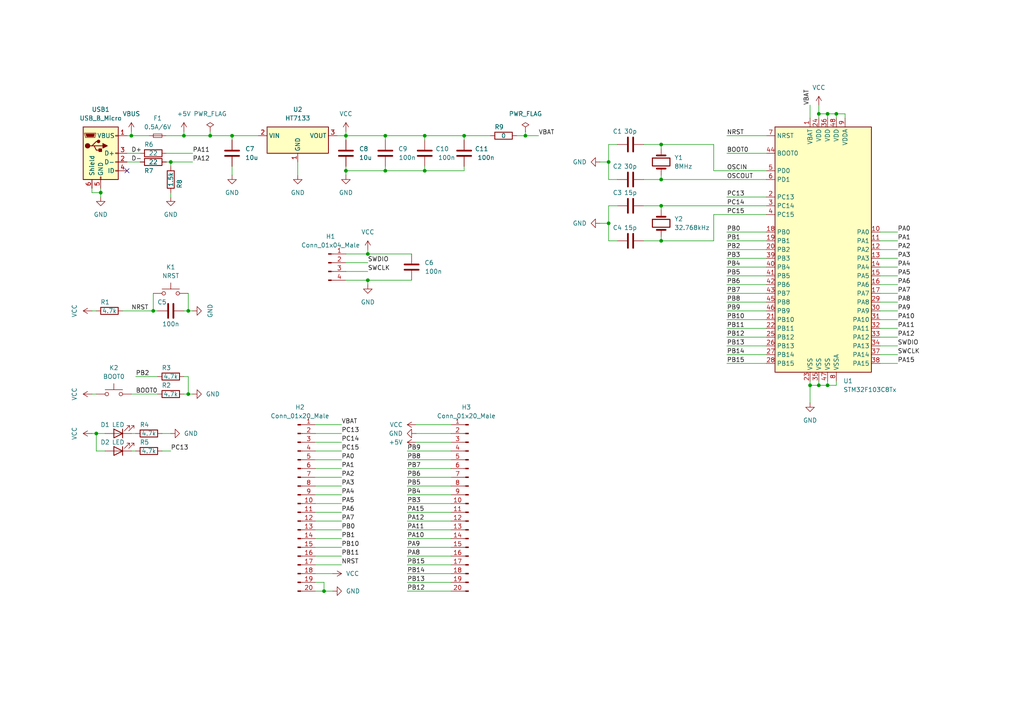
<source format=kicad_sch>
(kicad_sch (version 20211123) (generator eeschema)
  (paper "A4")
  (lib_symbols
    (symbol "Connector:Conn_01x04_Male" (pin_names (offset 1.016) hide)
      (property "Reference" "J" (at 0 5.08 0))
      (property "Value" "Conn_01x04_Male" (at 0 -7.62 0))
      (symbol "Conn_01x04_Male_1_1"
        (polyline (pts (xy 1.27 -5.08) (xy 0.8636 -5.08)) (stroke (width 0.1524)))
        (polyline (pts (xy 1.27 -2.54) (xy 0.8636 -2.54)) (stroke (width 0.1524)))
        (polyline (pts (xy 1.27 0) (xy 0.8636 0)) (stroke (width 0.1524)))
        (polyline (pts (xy 1.27 2.54) (xy 0.8636 2.54)) (stroke (width 0.1524)))
        (rectangle (start 0.8636 -4.953) (end 0 -5.207) (stroke (width 0.1524)) (fill (type outline)))
        (rectangle (start 0.8636 -2.413) (end 0 -2.667) (stroke (width 0.1524)) (fill (type outline)))
        (rectangle (start 0.8636 0.127) (end 0 -0.127) (stroke (width 0.1524)) (fill (type outline)))
        (rectangle (start 0.8636 2.667) (end 0 2.413) (stroke (width 0.1524)) (fill (type outline)))
        (pin passive line (at 5.08 2.54 180) (length 3.81) (name "Pin_1") (number "1"))
        (pin passive line (at 5.08 0 180) (length 3.81) (name "Pin_2") (number "2"))
        (pin passive line (at 5.08 -2.54 180) (length 3.81) (name "Pin_3") (number "3"))
        (pin passive line (at 5.08 -5.08 180) (length 3.81) (name "Pin_4") (number "4"))
      )
    )
    (symbol "Connector:Conn_01x20_Male" (pin_names (offset 1.016) hide)
      (property "Reference" "J" (at 0 25.4 0))
      (property "Value" "Conn_01x20_Male" (at 0 -27.94 0))
      (symbol "Conn_01x20_Male_1_1"
        (polyline (pts (xy 1.27 -25.4) (xy 0.8636 -25.4)) (stroke (width 0.1524)))
        (polyline (pts (xy 1.27 -22.86) (xy 0.8636 -22.86)) (stroke (width 0.1524)))
        (polyline (pts (xy 1.27 -20.32) (xy 0.8636 -20.32)) (stroke (width 0.1524)))
        (polyline (pts (xy 1.27 -17.78) (xy 0.8636 -17.78)) (stroke (width 0.1524)))
        (polyline (pts (xy 1.27 -15.24) (xy 0.8636 -15.24)) (stroke (width 0.1524)))
        (polyline (pts (xy 1.27 -12.7) (xy 0.8636 -12.7)) (stroke (width 0.1524)))
        (polyline (pts (xy 1.27 -10.16) (xy 0.8636 -10.16)) (stroke (width 0.1524)))
        (polyline (pts (xy 1.27 -7.62) (xy 0.8636 -7.62)) (stroke (width 0.1524)))
        (polyline (pts (xy 1.27 -5.08) (xy 0.8636 -5.08)) (stroke (width 0.1524)))
        (polyline (pts (xy 1.27 -2.54) (xy 0.8636 -2.54)) (stroke (width 0.1524)))
        (polyline (pts (xy 1.27 0) (xy 0.8636 0)) (stroke (width 0.1524)))
        (polyline (pts (xy 1.27 2.54) (xy 0.8636 2.54)) (stroke (width 0.1524)))
        (polyline (pts (xy 1.27 5.08) (xy 0.8636 5.08)) (stroke (width 0.1524)))
        (polyline (pts (xy 1.27 7.62) (xy 0.8636 7.62)) (stroke (width 0.1524)))
        (polyline (pts (xy 1.27 10.16) (xy 0.8636 10.16)) (stroke (width 0.1524)))
        (polyline (pts (xy 1.27 12.7) (xy 0.8636 12.7)) (stroke (width 0.1524)))
        (polyline (pts (xy 1.27 15.24) (xy 0.8636 15.24)) (stroke (width 0.1524)))
        (polyline (pts (xy 1.27 17.78) (xy 0.8636 17.78)) (stroke (width 0.1524)))
        (polyline (pts (xy 1.27 20.32) (xy 0.8636 20.32)) (stroke (width 0.1524)))
        (polyline (pts (xy 1.27 22.86) (xy 0.8636 22.86)) (stroke (width 0.1524)))
        (rectangle (start 0.8636 -25.273) (end 0 -25.527) (stroke (width 0.1524)) (fill (type outline)))
        (rectangle (start 0.8636 -22.733) (end 0 -22.987) (stroke (width 0.1524)) (fill (type outline)))
        (rectangle (start 0.8636 -20.193) (end 0 -20.447) (stroke (width 0.1524)) (fill (type outline)))
        (rectangle (start 0.8636 -17.653) (end 0 -17.907) (stroke (width 0.1524)) (fill (type outline)))
        (rectangle (start 0.8636 -15.113) (end 0 -15.367) (stroke (width 0.1524)) (fill (type outline)))
        (rectangle (start 0.8636 -12.573) (end 0 -12.827) (stroke (width 0.1524)) (fill (type outline)))
        (rectangle (start 0.8636 -10.033) (end 0 -10.287) (stroke (width 0.1524)) (fill (type outline)))
        (rectangle (start 0.8636 -7.493) (end 0 -7.747) (stroke (width 0.1524)) (fill (type outline)))
        (rectangle (start 0.8636 -4.953) (end 0 -5.207) (stroke (width 0.1524)) (fill (type outline)))
        (rectangle (start 0.8636 -2.413) (end 0 -2.667) (stroke (width 0.1524)) (fill (type outline)))
        (rectangle (start 0.8636 0.127) (end 0 -0.127) (stroke (width 0.1524)) (fill (type outline)))
        (rectangle (start 0.8636 2.667) (end 0 2.413) (stroke (width 0.1524)) (fill (type outline)))
        (rectangle (start 0.8636 5.207) (end 0 4.953) (stroke (width 0.1524)) (fill (type outline)))
        (rectangle (start 0.8636 7.747) (end 0 7.493) (stroke (width 0.1524)) (fill (type outline)))
        (rectangle (start 0.8636 10.287) (end 0 10.033) (stroke (width 0.1524)) (fill (type outline)))
        (rectangle (start 0.8636 12.827) (end 0 12.573) (stroke (width 0.1524)) (fill (type outline)))
        (rectangle (start 0.8636 15.367) (end 0 15.113) (stroke (width 0.1524)) (fill (type outline)))
        (rectangle (start 0.8636 17.907) (end 0 17.653) (stroke (width 0.1524)) (fill (type outline)))
        (rectangle (start 0.8636 20.447) (end 0 20.193) (stroke (width 0.1524)) (fill (type outline)))
        (rectangle (start 0.8636 22.987) (end 0 22.733) (stroke (width 0.1524)) (fill (type outline)))
        (pin passive line (at 5.08 22.86 180) (length 3.81) (name "Pin_1") (number "1"))
        (pin passive line (at 5.08 0 180) (length 3.81) (name "Pin_10") (number "10"))
        (pin passive line (at 5.08 -2.54 180) (length 3.81) (name "Pin_11") (number "11"))
        (pin passive line (at 5.08 -5.08 180) (length 3.81) (name "Pin_12") (number "12"))
        (pin passive line (at 5.08 -7.62 180) (length 3.81) (name "Pin_13") (number "13"))
        (pin passive line (at 5.08 -10.16 180) (length 3.81) (name "Pin_14") (number "14"))
        (pin passive line (at 5.08 -12.7 180) (length 3.81) (name "Pin_15") (number "15"))
        (pin passive line (at 5.08 -15.24 180) (length 3.81) (name "Pin_16") (number "16"))
        (pin passive line (at 5.08 -17.78 180) (length 3.81) (name "Pin_17") (number "17"))
        (pin passive line (at 5.08 -20.32 180) (length 3.81) (name "Pin_18") (number "18"))
        (pin passive line (at 5.08 -22.86 180) (length 3.81) (name "Pin_19") (number "19"))
        (pin passive line (at 5.08 20.32 180) (length 3.81) (name "Pin_2") (number "2"))
        (pin passive line (at 5.08 -25.4 180) (length 3.81) (name "Pin_20") (number "20"))
        (pin passive line (at 5.08 17.78 180) (length 3.81) (name "Pin_3") (number "3"))
        (pin passive line (at 5.08 15.24 180) (length 3.81) (name "Pin_4") (number "4"))
        (pin passive line (at 5.08 12.7 180) (length 3.81) (name "Pin_5") (number "5"))
        (pin passive line (at 5.08 10.16 180) (length 3.81) (name "Pin_6") (number "6"))
        (pin passive line (at 5.08 7.62 180) (length 3.81) (name "Pin_7") (number "7"))
        (pin passive line (at 5.08 5.08 180) (length 3.81) (name "Pin_8") (number "8"))
        (pin passive line (at 5.08 2.54 180) (length 3.81) (name "Pin_9") (number "9"))
      )
    )
    (symbol "Connector:USB_B_Micro" (pin_names (offset 1.016))
      (property "Reference" "J" (at -5.08 11.43 0))
      (property "Value" "USB_B_Micro" (at -5.08 8.89 0))
      (symbol "USB_B_Micro_0_1"
        (rectangle (start -5.08 -7.62) (end 5.08 7.62) (stroke (width 0.254)) (fill (type background)))
        (circle (center -3.81 2.159) (radius 0.635) (stroke (width 0.254)) (fill (type outline)))
        (circle (center -0.635 3.429) (radius 0.381) (stroke (width 0.254)) (fill (type outline)))
        (rectangle (start -0.127 -7.62) (end 0.127 -6.858))
        (polyline (pts (xy -1.905 2.159) (xy 0.635 2.159)) (stroke (width 0.254)))
        (polyline (pts (xy -3.175 2.159) (xy -2.54 2.159) (xy -1.27 3.429) (xy -0.635 3.429)) (stroke (width 0.254)))
        (polyline (pts (xy -2.54 2.159) (xy -1.905 2.159) (xy -1.27 0.889) (xy 0 0.889)) (stroke (width 0.254)))
        (polyline (pts (xy 0.635 2.794) (xy 0.635 1.524) (xy 1.905 2.159) (xy 0.635 2.794)) (stroke (width 0.254)) (fill (type outline)))
        (polyline (pts (xy -4.318 5.588) (xy -1.778 5.588) (xy -2.032 4.826) (xy -4.064 4.826) (xy -4.318 5.588)) (fill (type outline)))
        (polyline (pts (xy -4.699 5.842) (xy -4.699 5.588) (xy -4.445 4.826) (xy -4.445 4.572) (xy -1.651 4.572) (xy -1.651 4.826) (xy -1.397 5.588) (xy -1.397 5.842) (xy -4.699 5.842)))
        (rectangle (start 0.254 1.27) (end -0.508 0.508) (stroke (width 0.254)) (fill (type outline)))
        (rectangle (start 5.08 -5.207) (end 4.318 -4.953))
        (rectangle (start 5.08 -2.667) (end 4.318 -2.413))
        (rectangle (start 5.08 -0.127) (end 4.318 0.127))
        (rectangle (start 5.08 4.953) (end 4.318 5.207))
      )
      (symbol "USB_B_Micro_1_1"
        (pin power_out line (at 7.62 5.08 180) (length 2.54) (name "VBUS") (number "1"))
        (pin bidirectional line (at 7.62 -2.54 180) (length 2.54) (name "D-") (number "2"))
        (pin bidirectional line (at 7.62 0 180) (length 2.54) (name "D+") (number "3"))
        (pin passive line (at 7.62 -5.08 180) (length 2.54) (name "ID") (number "4"))
        (pin power_out line (at 0 -10.16 90) (length 2.54) (name "GND") (number "5"))
        (pin passive line (at -2.54 -10.16 90) (length 2.54) (name "Shield") (number "6"))
      )
    )
    (symbol "Device:C" (pin_numbers hide) (pin_names (offset 0.254))
      (property "Reference" "C" (at 0.635 2.54 0))
      (property "Value" "C" (at 0.635 -2.54 0))
      (symbol "C_0_1"
        (polyline (pts (xy -2.032 -0.762) (xy 2.032 -0.762)) (stroke (width 0.508)))
        (polyline (pts (xy -2.032 0.762) (xy 2.032 0.762)) (stroke (width 0.508)))
      )
      (symbol "C_1_1"
        (pin passive line (at 0 3.81 270) (length 2.794) (name "~") (number "1"))
        (pin passive line (at 0 -3.81 90) (length 2.794) (name "~") (number "2"))
      )
    )
    (symbol "Device:Crystal" (pin_numbers hide) (pin_names (offset 1.016) hide)
      (property "Reference" "Y" (at 0 3.81 0))
      (property "Value" "Crystal" (at 0 -3.81 0))
      (symbol "Crystal_0_1"
        (rectangle (start -1.143 2.54) (end 1.143 -2.54) (stroke (width 0.3048)))
        (polyline (pts (xy -2.54 0) (xy -1.905 0)))
        (polyline (pts (xy -1.905 -1.27) (xy -1.905 1.27)) (stroke (width 0.508)))
        (polyline (pts (xy 1.905 -1.27) (xy 1.905 1.27)) (stroke (width 0.508)))
        (polyline (pts (xy 2.54 0) (xy 1.905 0)))
      )
      (symbol "Crystal_1_1"
        (pin passive line (at -3.81 0 0) (length 1.27) (name "1") (number "1"))
        (pin passive line (at 3.81 0 180) (length 1.27) (name "2") (number "2"))
      )
    )
    (symbol "Device:Fuse_Small" (pin_numbers hide) (pin_names (offset 0.254) hide)
      (property "Reference" "F" (at 0 -1.524 0))
      (property "Value" "Fuse_Small" (at 0 1.524 0))
      (symbol "Fuse_Small_0_1"
        (rectangle (start -1.27 0.508) (end 1.27 -0.508))
        (polyline (pts (xy -1.27 0) (xy 1.27 0)))
      )
      (symbol "Fuse_Small_1_1"
        (pin passive line (at -2.54 0 0) (length 1.27) (name "~") (number "1"))
        (pin passive line (at 2.54 0 180) (length 1.27) (name "~") (number "2"))
      )
    )
    (symbol "Device:LED" (pin_numbers hide) (pin_names (offset 1.016) hide)
      (property "Reference" "D" (at 0 2.54 0))
      (property "Value" "LED" (at 0 -2.54 0))
      (symbol "LED_0_1"
        (polyline (pts (xy -1.27 -1.27) (xy -1.27 1.27)) (stroke (width 0.254)))
        (polyline (pts (xy -1.27 0) (xy 1.27 0)))
        (polyline (pts (xy 1.27 -1.27) (xy 1.27 1.27) (xy -1.27 0) (xy 1.27 -1.27)) (stroke (width 0.254)))
        (polyline (pts (xy -3.048 -0.762) (xy -4.572 -2.286) (xy -3.81 -2.286) (xy -4.572 -2.286) (xy -4.572 -1.524)))
        (polyline (pts (xy -1.778 -0.762) (xy -3.302 -2.286) (xy -2.54 -2.286) (xy -3.302 -2.286) (xy -3.302 -1.524)))
      )
      (symbol "LED_1_1"
        (pin passive line (at -3.81 0 0) (length 2.54) (name "K") (number "1"))
        (pin passive line (at 3.81 0 180) (length 2.54) (name "A") (number "2"))
      )
    )
    (symbol "Device:R" (pin_numbers hide) (pin_names (offset 0))
      (property "Reference" "R" (at 2.032 0 90))
      (property "Value" "R" (at 0 0 90))
      (symbol "R_0_1"
        (rectangle (start -1.016 -2.54) (end 1.016 2.54) (stroke (width 0.254)))
      )
      (symbol "R_1_1"
        (pin passive line (at 0 3.81 270) (length 1.27) (name "~") (number "1"))
        (pin passive line (at 0 -3.81 90) (length 1.27) (name "~") (number "2"))
      )
    )
    (symbol "MCU_ST_STM32F1:STM32F103C8Tx"
      (property "Reference" "U" (at -15.24 36.83 0))
      (property "Value" "STM32F103C8Tx" (at 7.62 36.83 0))
      (symbol "STM32F103C8Tx_0_1"
        (rectangle (start -15.24 -35.56) (end 12.7 35.56) (stroke (width 0.254)) (fill (type background)))
      )
      (symbol "STM32F103C8Tx_1_1"
        (pin power_in line (at -5.08 38.1 270) (length 2.54) (name "VBAT") (number "1"))
        (pin bidirectional line (at 15.24 5.08 180) (length 2.54) (name "PA0") (number "10"))
        (pin bidirectional line (at 15.24 2.54 180) (length 2.54) (name "PA1") (number "11"))
        (pin bidirectional line (at 15.24 0 180) (length 2.54) (name "PA2") (number "12"))
        (pin bidirectional line (at 15.24 -2.54 180) (length 2.54) (name "PA3") (number "13"))
        (pin bidirectional line (at 15.24 -5.08 180) (length 2.54) (name "PA4") (number "14"))
        (pin bidirectional line (at 15.24 -7.62 180) (length 2.54) (name "PA5") (number "15"))
        (pin bidirectional line (at 15.24 -10.16 180) (length 2.54) (name "PA6") (number "16"))
        (pin bidirectional line (at 15.24 -12.7 180) (length 2.54) (name "PA7") (number "17"))
        (pin bidirectional line (at -17.78 5.08 0) (length 2.54) (name "PB0") (number "18"))
        (pin bidirectional line (at -17.78 2.54 0) (length 2.54) (name "PB1") (number "19"))
        (pin bidirectional line (at -17.78 15.24 0) (length 2.54) (name "PC13") (number "2"))
        (pin bidirectional line (at -17.78 0 0) (length 2.54) (name "PB2") (number "20"))
        (pin bidirectional line (at -17.78 -20.32 0) (length 2.54) (name "PB10") (number "21"))
        (pin bidirectional line (at -17.78 -22.86 0) (length 2.54) (name "PB11") (number "22"))
        (pin power_in line (at -5.08 -38.1 90) (length 2.54) (name "VSS") (number "23"))
        (pin power_in line (at -2.54 38.1 270) (length 2.54) (name "VDD") (number "24"))
        (pin bidirectional line (at -17.78 -25.4 0) (length 2.54) (name "PB12") (number "25"))
        (pin bidirectional line (at -17.78 -27.94 0) (length 2.54) (name "PB13") (number "26"))
        (pin bidirectional line (at -17.78 -30.48 0) (length 2.54) (name "PB14") (number "27"))
        (pin bidirectional line (at -17.78 -33.02 0) (length 2.54) (name "PB15") (number "28"))
        (pin bidirectional line (at 15.24 -15.24 180) (length 2.54) (name "PA8") (number "29"))
        (pin bidirectional line (at -17.78 12.7 0) (length 2.54) (name "PC14") (number "3"))
        (pin bidirectional line (at 15.24 -17.78 180) (length 2.54) (name "PA9") (number "30"))
        (pin bidirectional line (at 15.24 -20.32 180) (length 2.54) (name "PA10") (number "31"))
        (pin bidirectional line (at 15.24 -22.86 180) (length 2.54) (name "PA11") (number "32"))
        (pin bidirectional line (at 15.24 -25.4 180) (length 2.54) (name "PA12") (number "33"))
        (pin bidirectional line (at 15.24 -27.94 180) (length 2.54) (name "PA13") (number "34"))
        (pin power_in line (at -2.54 -38.1 90) (length 2.54) (name "VSS") (number "35"))
        (pin power_in line (at 0 38.1 270) (length 2.54) (name "VDD") (number "36"))
        (pin bidirectional line (at 15.24 -30.48 180) (length 2.54) (name "PA14") (number "37"))
        (pin bidirectional line (at 15.24 -33.02 180) (length 2.54) (name "PA15") (number "38"))
        (pin bidirectional line (at -17.78 -2.54 0) (length 2.54) (name "PB3") (number "39"))
        (pin bidirectional line (at -17.78 10.16 0) (length 2.54) (name "PC15") (number "4"))
        (pin bidirectional line (at -17.78 -5.08 0) (length 2.54) (name "PB4") (number "40"))
        (pin bidirectional line (at -17.78 -7.62 0) (length 2.54) (name "PB5") (number "41"))
        (pin bidirectional line (at -17.78 -10.16 0) (length 2.54) (name "PB6") (number "42"))
        (pin bidirectional line (at -17.78 -12.7 0) (length 2.54) (name "PB7") (number "43"))
        (pin input line (at -17.78 27.94 0) (length 2.54) (name "BOOT0") (number "44"))
        (pin bidirectional line (at -17.78 -15.24 0) (length 2.54) (name "PB8") (number "45"))
        (pin bidirectional line (at -17.78 -17.78 0) (length 2.54) (name "PB9") (number "46"))
        (pin power_in line (at 0 -38.1 90) (length 2.54) (name "VSS") (number "47"))
        (pin power_in line (at 2.54 38.1 270) (length 2.54) (name "VDD") (number "48"))
        (pin input line (at -17.78 22.86 0) (length 2.54) (name "PD0") (number "5"))
        (pin input line (at -17.78 20.32 0) (length 2.54) (name "PD1") (number "6"))
        (pin input line (at -17.78 33.02 0) (length 2.54) (name "NRST") (number "7"))
        (pin power_in line (at 2.54 -38.1 90) (length 2.54) (name "VSSA") (number "8"))
        (pin power_in line (at 5.08 38.1 270) (length 2.54) (name "VDDA") (number "9"))
      )
    )
    (symbol "Proj_Library:HT7133"
      (property "Reference" "U" (at 7.62 3.81 0))
      (property "Value" "HT7133" (at -5.08 3.81 0))
      (symbol "HT7133_0_1"
        (rectangle (start -8.89 2.54) (end 8.89 -5.08) (stroke (width 0.254)) (fill (type background)))
      )
      (symbol "HT7133_1_1"
        (pin power_in line (at 0 -7.62 90) (length 2.54) (name "GND") (number "1"))
        (pin input line (at -11.43 0 0) (length 2.54) (name "VIN") (number "2"))
        (pin power_out line (at 11.43 0 180) (length 2.54) (name "VOUT") (number "3"))
      )
    )
    (symbol "Switch:SW_Push" (pin_numbers hide) (pin_names (offset 1.016) hide)
      (property "Reference" "SW" (at 1.27 2.54 0))
      (property "Value" "SW_Push" (at 0 -1.524 0))
      (symbol "SW_Push_0_1"
        (circle (center -2.032 0) (radius 0.508))
        (polyline (pts (xy 0 1.27) (xy 0 3.048)))
        (polyline (pts (xy 2.54 1.27) (xy -2.54 1.27)))
        (circle (center 2.032 0) (radius 0.508))
        (pin passive line (at -5.08 0 0) (length 2.54) (name "1") (number "1"))
        (pin passive line (at 5.08 0 180) (length 2.54) (name "2") (number "2"))
      )
    )
    (symbol "power:+5V" (power) (pin_names (offset 0))
      (property "Value" "+5V" (at 0 3.556 0))
      (symbol "+5V_0_1"
        (polyline (pts (xy -0.762 1.27) (xy 0 2.54)))
        (polyline (pts (xy 0 0) (xy 0 2.54)))
        (polyline (pts (xy 0 2.54) (xy 0.762 1.27)))
      )
      (symbol "+5V_1_1"
        (pin power_in line (at 0 0 90) (length 0) hide (name "+5V") (number "1"))
      )
    )
    (symbol "power:GND" (power) (pin_names (offset 0))
      (property "Value" "GND" (at 0 -3.81 0))
      (symbol "GND_0_1"
        (polyline (pts (xy 0 0) (xy 0 -1.27) (xy 1.27 -1.27) (xy 0 -2.54) (xy -1.27 -1.27) (xy 0 -1.27)))
      )
      (symbol "GND_1_1"
        (pin power_in line (at 0 0 270) (length 0) hide (name "GND") (number "1"))
      )
    )
    (symbol "power:PWR_FLAG" (power) (pin_numbers hide) (pin_names (offset 0) hide)
      (property "Value" "PWR_FLAG" (at 0 3.81 0))
      (symbol "PWR_FLAG_0_0"
        (pin power_out line (at 0 0 90) (length 0) (name "pwr") (number "1"))
      )
      (symbol "PWR_FLAG_0_1"
        (polyline (pts (xy 0 0) (xy 0 1.27) (xy -1.016 1.905) (xy 0 2.54) (xy 1.016 1.905) (xy 0 1.27)))
      )
    )
    (symbol "power:VBUS" (power) (pin_names (offset 0))
      (property "Value" "VBUS" (at 0 3.81 0))
      (symbol "VBUS_0_1"
        (polyline (pts (xy -0.762 1.27) (xy 0 2.54)))
        (polyline (pts (xy 0 0) (xy 0 2.54)))
        (polyline (pts (xy 0 2.54) (xy 0.762 1.27)))
      )
      (symbol "VBUS_1_1"
        (pin power_in line (at 0 0 90) (length 0) hide (name "VBUS") (number "1"))
      )
    )
    (symbol "power:VCC" (power) (pin_names (offset 0))
      (property "Value" "VCC" (at 0 3.81 0))
      (symbol "VCC_0_1"
        (polyline (pts (xy -0.762 1.27) (xy 0 2.54)))
        (polyline (pts (xy 0 0) (xy 0 2.54)))
        (polyline (pts (xy 0 2.54) (xy 0.762 1.27)))
      )
      (symbol "VCC_1_1"
        (pin power_in line (at 0 0 90) (length 0) hide (name "VCC") (number "1"))
      )
    )
  )
  (junction (at 123.19 39.37))
  (junction (at 49.53 46.99))
  (junction (at 176.53 64.77))
  (junction (at 54.61 90.17))
  (junction (at 242.57 33.02))
  (junction (at 100.33 49.53))
  (junction (at 93.98 171.45))
  (junction (at 237.49 111.76))
  (junction (at 191.77 52.07))
  (junction (at 67.31 39.37))
  (junction (at 53.34 39.37))
  (junction (at 240.03 111.76))
  (junction (at 176.53 46.99))
  (junction (at 191.77 69.85))
  (junction (at 152.4 39.37))
  (junction (at 111.76 49.53))
  (junction (at 27.94 125.73))
  (junction (at 191.77 41.91))
  (junction (at 44.45 90.17))
  (junction (at 191.77 59.69))
  (junction (at 237.49 33.02))
  (junction (at 38.1 39.37))
  (junction (at 54.61 114.3))
  (junction (at 123.19 49.53))
  (junction (at 111.76 39.37))
  (junction (at 106.68 81.28))
  (junction (at 134.62 39.37))
  (junction (at 106.68 73.66))
  (junction (at 100.33 39.37))
  (junction (at 240.03 33.02))
  (junction (at 29.21 55.88))
  (junction (at 234.95 111.76))
  (junction (at 60.96 39.37))
  (no_connect (at 36.83 49.53))
  (wire (pts (xy 60.96 38.1) (xy 60.96 39.37)))
  (wire (pts (xy 134.62 39.37) (xy 134.62 40.64)))
  (wire (pts (xy 134.62 48.26) (xy 134.62 49.53)))
  (wire (pts (xy 176.53 46.99) (xy 176.53 52.07)))
  (wire (pts (xy 53.34 90.17) (xy 54.61 90.17)))
  (wire (pts (xy 210.82 44.45) (xy 222.25 44.45)))
  (wire (pts (xy 91.44 128.27) (xy 99.06 128.27)))
  (wire (pts (xy 60.96 39.37) (xy 67.31 39.37)))
  (wire (pts (xy 27.94 125.73) (xy 30.48 125.73)))
  (wire (pts (xy 118.11 130.81) (xy 130.81 130.81)))
  (wire (pts (xy 106.68 72.39) (xy 106.68 73.66)))
  (wire (pts (xy 118.11 156.21) (xy 130.81 156.21)))
  (wire (pts (xy 176.53 41.91) (xy 176.53 46.99)))
  (wire (pts (xy 255.27 105.41) (xy 260.35 105.41)))
  (wire (pts (xy 106.68 73.66) (xy 100.33 73.66)))
  (wire (pts (xy 191.77 52.07) (xy 222.25 52.07)))
  (wire (pts (xy 210.82 105.41) (xy 222.25 105.41)))
  (wire (pts (xy 118.11 135.89) (xy 130.81 135.89)))
  (wire (pts (xy 152.4 39.37) (xy 156.21 39.37)))
  (wire (pts (xy 240.03 111.76) (xy 237.49 111.76)))
  (wire (pts (xy 210.82 72.39) (xy 222.25 72.39)))
  (wire (pts (xy 207.01 62.23) (xy 207.01 69.85)))
  (wire (pts (xy 111.76 40.64) (xy 111.76 39.37)))
  (wire (pts (xy 149.86 39.37) (xy 152.4 39.37)))
  (wire (pts (xy 38.1 39.37) (xy 36.83 39.37)))
  (wire (pts (xy 186.69 41.91) (xy 191.77 41.91)))
  (wire (pts (xy 210.82 85.09) (xy 222.25 85.09)))
  (wire (pts (xy 234.95 111.76) (xy 234.95 116.84)))
  (wire (pts (xy 118.11 158.75) (xy 130.81 158.75)))
  (wire (pts (xy 255.27 69.85) (xy 260.35 69.85)))
  (wire (pts (xy 91.44 161.29) (xy 99.06 161.29)))
  (wire (pts (xy 118.11 161.29) (xy 130.81 161.29)))
  (wire (pts (xy 91.44 135.89) (xy 99.06 135.89)))
  (wire (pts (xy 242.57 110.49) (xy 242.57 111.76)))
  (wire (pts (xy 111.76 49.53) (xy 123.19 49.53)))
  (wire (pts (xy 38.1 39.37) (xy 43.18 39.37)))
  (wire (pts (xy 255.27 95.25) (xy 260.35 95.25)))
  (wire (pts (xy 255.27 87.63) (xy 260.35 87.63)))
  (wire (pts (xy 44.45 90.17) (xy 45.72 90.17)))
  (wire (pts (xy 91.44 153.67) (xy 99.06 153.67)))
  (wire (pts (xy 91.44 133.35) (xy 99.06 133.35)))
  (wire (pts (xy 210.82 95.25) (xy 222.25 95.25)))
  (wire (pts (xy 242.57 33.02) (xy 240.03 33.02)))
  (wire (pts (xy 91.44 171.45) (xy 93.98 171.45)))
  (wire (pts (xy 46.99 125.73) (xy 49.53 125.73)))
  (wire (pts (xy 100.33 76.2) (xy 106.68 76.2)))
  (wire (pts (xy 93.98 168.91) (xy 93.98 171.45)))
  (wire (pts (xy 67.31 39.37) (xy 74.93 39.37)))
  (wire (pts (xy 118.11 153.67) (xy 130.81 153.67)))
  (wire (pts (xy 120.65 123.19) (xy 130.81 123.19)))
  (wire (pts (xy 100.33 39.37) (xy 100.33 40.64)))
  (wire (pts (xy 191.77 52.07) (xy 191.77 50.8)))
  (wire (pts (xy 176.53 59.69) (xy 176.53 64.77)))
  (wire (pts (xy 53.34 109.22) (xy 54.61 109.22)))
  (wire (pts (xy 255.27 77.47) (xy 260.35 77.47)))
  (wire (pts (xy 100.33 39.37) (xy 97.79 39.37)))
  (wire (pts (xy 26.67 90.17) (xy 27.94 90.17)))
  (wire (pts (xy 100.33 49.53) (xy 100.33 50.8)))
  (wire (pts (xy 118.11 171.45) (xy 130.81 171.45)))
  (wire (pts (xy 118.11 133.35) (xy 130.81 133.35)))
  (wire (pts (xy 240.03 111.76) (xy 242.57 111.76)))
  (wire (pts (xy 118.11 151.13) (xy 130.81 151.13)))
  (wire (pts (xy 44.45 85.09) (xy 44.45 90.17)))
  (wire (pts (xy 176.53 52.07) (xy 179.07 52.07)))
  (wire (pts (xy 91.44 166.37) (xy 96.52 166.37)))
  (wire (pts (xy 54.61 85.09) (xy 54.61 90.17)))
  (wire (pts (xy 210.82 87.63) (xy 222.25 87.63)))
  (wire (pts (xy 91.44 156.21) (xy 99.06 156.21)))
  (wire (pts (xy 237.49 33.02) (xy 237.49 34.29)))
  (wire (pts (xy 210.82 69.85) (xy 222.25 69.85)))
  (wire (pts (xy 240.03 34.29) (xy 240.03 33.02)))
  (wire (pts (xy 120.65 128.27) (xy 130.81 128.27)))
  (wire (pts (xy 111.76 39.37) (xy 123.19 39.37)))
  (wire (pts (xy 38.1 114.3) (xy 45.72 114.3)))
  (wire (pts (xy 118.11 168.91) (xy 130.81 168.91)))
  (wire (pts (xy 36.83 46.99) (xy 40.64 46.99)))
  (wire (pts (xy 38.1 125.73) (xy 39.37 125.73)))
  (wire (pts (xy 26.67 54.61) (xy 26.67 55.88)))
  (wire (pts (xy 49.53 55.88) (xy 49.53 57.15)))
  (wire (pts (xy 53.34 39.37) (xy 60.96 39.37)))
  (wire (pts (xy 48.26 44.45) (xy 55.88 44.45)))
  (wire (pts (xy 207.01 49.53) (xy 207.01 41.91)))
  (wire (pts (xy 123.19 40.64) (xy 123.19 39.37)))
  (wire (pts (xy 210.82 39.37) (xy 222.25 39.37)))
  (wire (pts (xy 222.25 49.53) (xy 207.01 49.53)))
  (wire (pts (xy 54.61 109.22) (xy 54.61 114.3)))
  (wire (pts (xy 210.82 90.17) (xy 222.25 90.17)))
  (wire (pts (xy 237.49 110.49) (xy 237.49 111.76)))
  (wire (pts (xy 100.33 78.74) (xy 106.68 78.74)))
  (wire (pts (xy 210.82 102.87) (xy 222.25 102.87)))
  (wire (pts (xy 210.82 82.55) (xy 222.25 82.55)))
  (wire (pts (xy 29.21 55.88) (xy 29.21 57.15)))
  (wire (pts (xy 86.36 46.99) (xy 86.36 50.8)))
  (wire (pts (xy 38.1 38.1) (xy 38.1 39.37)))
  (wire (pts (xy 100.33 48.26) (xy 100.33 49.53)))
  (wire (pts (xy 191.77 69.85) (xy 191.77 68.58)))
  (wire (pts (xy 186.69 69.85) (xy 191.77 69.85)))
  (wire (pts (xy 242.57 34.29) (xy 242.57 33.02)))
  (wire (pts (xy 123.19 49.53) (xy 134.62 49.53)))
  (wire (pts (xy 255.27 85.09) (xy 260.35 85.09)))
  (wire (pts (xy 179.07 41.91) (xy 176.53 41.91)))
  (wire (pts (xy 36.83 44.45) (xy 40.64 44.45)))
  (wire (pts (xy 27.94 125.73) (xy 27.94 130.81)))
  (wire (pts (xy 207.01 69.85) (xy 191.77 69.85)))
  (wire (pts (xy 255.27 80.01) (xy 260.35 80.01)))
  (wire (pts (xy 46.99 130.81) (xy 49.53 130.81)))
  (wire (pts (xy 123.19 39.37) (xy 134.62 39.37)))
  (wire (pts (xy 173.99 64.77) (xy 176.53 64.77)))
  (wire (pts (xy 173.99 46.99) (xy 176.53 46.99)))
  (wire (pts (xy 191.77 41.91) (xy 191.77 43.18)))
  (wire (pts (xy 210.82 100.33) (xy 222.25 100.33)))
  (wire (pts (xy 118.11 138.43) (xy 130.81 138.43)))
  (wire (pts (xy 255.27 82.55) (xy 260.35 82.55)))
  (wire (pts (xy 49.53 46.99) (xy 49.53 48.26)))
  (wire (pts (xy 120.65 125.73) (xy 130.81 125.73)))
  (wire (pts (xy 91.44 125.73) (xy 99.06 125.73)))
  (wire (pts (xy 118.11 166.37) (xy 130.81 166.37)))
  (wire (pts (xy 210.82 74.93) (xy 222.25 74.93)))
  (wire (pts (xy 91.44 138.43) (xy 99.06 138.43)))
  (wire (pts (xy 210.82 67.31) (xy 222.25 67.31)))
  (wire (pts (xy 111.76 49.53) (xy 100.33 49.53)))
  (wire (pts (xy 255.27 97.79) (xy 260.35 97.79)))
  (wire (pts (xy 191.77 60.96) (xy 191.77 59.69)))
  (wire (pts (xy 134.62 39.37) (xy 142.24 39.37)))
  (wire (pts (xy 176.53 64.77) (xy 176.53 69.85)))
  (wire (pts (xy 91.44 146.05) (xy 99.06 146.05)))
  (wire (pts (xy 26.67 55.88) (xy 29.21 55.88)))
  (wire (pts (xy 93.98 171.45) (xy 96.52 171.45)))
  (wire (pts (xy 152.4 38.1) (xy 152.4 39.37)))
  (wire (pts (xy 118.11 148.59) (xy 130.81 148.59)))
  (wire (pts (xy 210.82 77.47) (xy 222.25 77.47)))
  (wire (pts (xy 91.44 168.91) (xy 93.98 168.91)))
  (wire (pts (xy 67.31 40.64) (xy 67.31 39.37)))
  (wire (pts (xy 38.1 130.81) (xy 39.37 130.81)))
  (wire (pts (xy 53.34 114.3) (xy 54.61 114.3)))
  (wire (pts (xy 255.27 72.39) (xy 260.35 72.39)))
  (wire (pts (xy 240.03 110.49) (xy 240.03 111.76)))
  (wire (pts (xy 26.67 114.3) (xy 27.94 114.3)))
  (wire (pts (xy 91.44 151.13) (xy 99.06 151.13)))
  (wire (pts (xy 207.01 41.91) (xy 191.77 41.91)))
  (wire (pts (xy 49.53 46.99) (xy 55.88 46.99)))
  (wire (pts (xy 222.25 62.23) (xy 207.01 62.23)))
  (wire (pts (xy 91.44 148.59) (xy 99.06 148.59)))
  (wire (pts (xy 91.44 143.51) (xy 99.06 143.51)))
  (wire (pts (xy 179.07 59.69) (xy 176.53 59.69)))
  (wire (pts (xy 39.37 109.22) (xy 45.72 109.22)))
  (wire (pts (xy 255.27 102.87) (xy 260.35 102.87)))
  (wire (pts (xy 54.61 114.3) (xy 55.88 114.3)))
  (wire (pts (xy 118.11 163.83) (xy 130.81 163.83)))
  (wire (pts (xy 255.27 74.93) (xy 260.35 74.93)))
  (wire (pts (xy 255.27 100.33) (xy 260.35 100.33)))
  (wire (pts (xy 91.44 158.75) (xy 99.06 158.75)))
  (wire (pts (xy 100.33 81.28) (xy 106.68 81.28)))
  (wire (pts (xy 245.11 34.29) (xy 245.11 33.02)))
  (wire (pts (xy 100.33 39.37) (xy 111.76 39.37)))
  (wire (pts (xy 237.49 30.48) (xy 237.49 33.02)))
  (wire (pts (xy 186.69 59.69) (xy 191.77 59.69)))
  (wire (pts (xy 255.27 92.71) (xy 260.35 92.71)))
  (wire (pts (xy 255.27 67.31) (xy 260.35 67.31)))
  (wire (pts (xy 30.48 130.81) (xy 27.94 130.81)))
  (wire (pts (xy 67.31 48.26) (xy 67.31 50.8)))
  (wire (pts (xy 26.67 125.73) (xy 27.94 125.73)))
  (wire (pts (xy 106.68 73.66) (xy 119.38 73.66)))
  (wire (pts (xy 48.26 46.99) (xy 49.53 46.99)))
  (wire (pts (xy 210.82 57.15) (xy 222.25 57.15)))
  (wire (pts (xy 106.68 81.28) (xy 119.38 81.28)))
  (wire (pts (xy 118.11 146.05) (xy 130.81 146.05)))
  (wire (pts (xy 234.95 30.48) (xy 234.95 34.29)))
  (wire (pts (xy 123.19 48.26) (xy 123.19 49.53)))
  (wire (pts (xy 53.34 39.37) (xy 48.26 39.37)))
  (wire (pts (xy 91.44 163.83) (xy 99.06 163.83)))
  (wire (pts (xy 237.49 33.02) (xy 240.03 33.02)))
  (wire (pts (xy 176.53 69.85) (xy 179.07 69.85)))
  (wire (pts (xy 91.44 123.19) (xy 99.06 123.19)))
  (wire (pts (xy 111.76 48.26) (xy 111.76 49.53)))
  (wire (pts (xy 118.11 140.97) (xy 130.81 140.97)))
  (wire (pts (xy 91.44 140.97) (xy 99.06 140.97)))
  (wire (pts (xy 91.44 130.81) (xy 99.06 130.81)))
  (wire (pts (xy 106.68 82.55) (xy 106.68 81.28)))
  (wire (pts (xy 118.11 143.51) (xy 130.81 143.51)))
  (wire (pts (xy 242.57 33.02) (xy 245.11 33.02)))
  (wire (pts (xy 255.27 90.17) (xy 260.35 90.17)))
  (wire (pts (xy 237.49 111.76) (xy 234.95 111.76)))
  (wire (pts (xy 186.69 52.07) (xy 191.77 52.07)))
  (wire (pts (xy 234.95 110.49) (xy 234.95 111.76)))
  (wire (pts (xy 54.61 90.17) (xy 55.88 90.17)))
  (wire (pts (xy 35.56 90.17) (xy 44.45 90.17)))
  (wire (pts (xy 191.77 59.69) (xy 222.25 59.69)))
  (wire (pts (xy 29.21 54.61) (xy 29.21 55.88)))
  (wire (pts (xy 100.33 38.1) (xy 100.33 39.37)))
  (wire (pts (xy 210.82 92.71) (xy 222.25 92.71)))
  (wire (pts (xy 53.34 38.1) (xy 53.34 39.37)))
  (wire (pts (xy 210.82 80.01) (xy 222.25 80.01)))
  (wire (pts (xy 210.82 97.79) (xy 222.25 97.79)))
  (label "PC13" (at 210.82 57.15 0))
  (label "PB3" (at 118.11 146.05 0))
  (label "PB9" (at 210.82 90.17 0))
  (label "PA7" (at 260.35 85.09 0))
  (label "PA12" (at 55.88 46.99 0))
  (label "PA4" (at 99.06 143.51 0))
  (label "PA3" (at 260.35 74.93 0))
  (label "PA2" (at 260.35 72.39 0))
  (label "PA6" (at 99.06 148.59 0))
  (label "PB0" (at 210.82 67.31 0))
  (label "PB14" (at 210.82 102.87 0))
  (label "OSCIN" (at 210.82 49.53 0))
  (label "VBAT" (at 99.06 123.19 0))
  (label "OSCOUT" (at 210.82 52.07 0))
  (label "PA12" (at 260.35 97.79 0))
  (label "SWCLK" (at 106.68 78.74 0))
  (label "PB14" (at 118.11 166.37 0))
  (label "PA0" (at 99.06 133.35 0))
  (label "PB2" (at 210.82 72.39 0))
  (label "PB6" (at 210.82 82.55 0))
  (label "PA1" (at 260.35 69.85 0))
  (label "PA5" (at 99.06 146.05 0))
  (label "NRST" (at 99.06 163.83 0))
  (label "PB8" (at 210.82 87.63 0))
  (label "PA9" (at 260.35 90.17 0))
  (label "PA8" (at 260.35 87.63 0))
  (label "PC15" (at 99.06 130.81 0))
  (label "SWCLK" (at 260.35 102.87 0))
  (label "PA11" (at 55.88 44.45 0))
  (label "PA3" (at 99.06 140.97 0))
  (label "PB11" (at 99.06 161.29 0))
  (label "PA15" (at 118.11 148.59 0))
  (label "PB12" (at 210.82 97.79 0))
  (label "NRST" (at 38.1 90.17 0))
  (label "PA2" (at 99.06 138.43 0))
  (label "PB13" (at 118.11 168.91 0))
  (label "PB12" (at 118.11 171.45 0))
  (label "PB5" (at 118.11 140.97 0))
  (label "PB10" (at 210.82 92.71 0))
  (label "VBAT" (at 234.95 30.48 90))
  (label "PC14" (at 210.82 59.69 0))
  (label "PA7" (at 99.06 151.13 0))
  (label "SWDIO" (at 260.35 100.33 0))
  (label "PB7" (at 210.82 85.09 0))
  (label "PA10" (at 118.11 156.21 0))
  (label "PA11" (at 118.11 153.67 0))
  (label "PB15" (at 210.82 105.41 0))
  (label "D+" (at 38.1 44.45 0))
  (label "PB0" (at 99.06 153.67 0))
  (label "NRST" (at 210.82 39.37 0))
  (label "PB8" (at 118.11 133.35 0))
  (label "PB7" (at 118.11 135.89 0))
  (label "PA12" (at 118.11 151.13 0))
  (label "BOOT0" (at 210.82 44.45 0))
  (label "PB4" (at 118.11 143.51 0))
  (label "PA8" (at 118.11 161.29 0))
  (label "PC15" (at 210.82 62.23 0))
  (label "PB1" (at 210.82 69.85 0))
  (label "VBAT" (at 156.21 39.37 0))
  (label "PA10" (at 260.35 92.71 0))
  (label "PB9" (at 118.11 130.81 0))
  (label "PC13" (at 99.06 125.73 0))
  (label "PB15" (at 118.11 163.83 0))
  (label "PB3" (at 210.82 74.93 0))
  (label "BOOT0" (at 39.37 114.3 0))
  (label "PA9" (at 118.11 158.75 0))
  (label "PB2" (at 39.37 109.22 0))
  (label "PB13" (at 210.82 100.33 0))
  (label "PC13" (at 49.53 130.81 0))
  (label "PC14" (at 99.06 128.27 0))
  (label "PB5" (at 210.82 80.01 0))
  (label "PB1" (at 99.06 156.21 0))
  (label "PA11" (at 260.35 95.25 0))
  (label "PB4" (at 210.82 77.47 0))
  (label "D-" (at 38.1 46.99 0))
  (label "PA1" (at 99.06 135.89 0))
  (label "PA4" (at 260.35 77.47 0))
  (label "PA0" (at 260.35 67.31 0))
  (label "PB10" (at 99.06 158.75 0))
  (label "PB6" (at 118.11 138.43 0))
  (label "PA15" (at 260.35 105.41 0))
  (label "SWDIO" (at 106.68 76.2 0))
  (label "PA6" (at 260.35 82.55 0))
  (label "PB11" (at 210.82 95.25 0))
  (label "PA5" (at 260.35 80.01 0))
  (symbol (lib_id "Connector:Conn_01x20_Male") (at 135.89 146.05 0) (mirror y) (unit 1)
    (property "Reference" "H3" (at 135.255 118.11 0))
    (property "Value" "Conn_01x20_Male" (at 135.255 120.65 0))
    (property "Footprint" "Connector_PinHeader_2.54mm:PinHeader_1x20_P2.54mm_Vertical" (effects hide))
  )
  (symbol (lib_id "power:+5V") (at 120.65 128.27 90) (unit 1)
    (property "Reference" "#PWR0125" (effects hide))
    (property "Value" "+5V" (at 116.84 128.2699 90) (effects (justify left)))
  )
  (symbol (lib_id "power:GND") (at 173.99 46.99 270) (unit 1)
    (property "Reference" "#PWR0103" (effects hide))
    (property "Value" "GND" (at 170.18 46.9899 90) (effects (justify right)))
  )
  (symbol (lib_id "power:VCC") (at 26.67 114.3 90) (unit 1)
    (property "Reference" "#PWR0110" (effects hide))
    (property "Value" "VCC" (at 21.59 114.3 0))
  )
  (symbol (lib_id "power:GND") (at 49.53 57.15 0) (unit 1)
    (property "Reference" "#PWR0107" (effects hide))
    (property "Value" "GND" (at 49.53 62.23 0))
  )
  (symbol (lib_id "power:GND") (at 234.95 116.84 0) (unit 1)
    (property "Reference" "#PWR0101" (effects hide))
    (property "Value" "GND" (at 234.95 121.92 0))
  )
  (symbol (lib_id "Device:R") (at 49.53 52.07 180) (unit 1)
    (property "Reference" "R8" (at 52.07 53.34 90))
    (property "Value" "1.5k" (at 49.53 52.07 90))
    (property "Footprint" "Resistor_SMD:R_0603_1608Metric" (effects hide))
  )
  (symbol (lib_id "MCU_ST_STM32F1:STM32F103C8Tx") (at 240.03 72.39 0) (unit 1)
    (property "Reference" "U1" (at 244.5894 110.49 0) (effects (justify left)))
    (property "Value" "STM32F103C8Tx" (at 244.5894 113.03 0) (effects (justify left)))
    (property "Footprint" "Package_QFP:LQFP-48_7x7mm_P0.5mm" (effects hide))
    (property "Datasheet" "http://www.st.com/st-web-ui/static/active/en/resource/technical/document/datasheet/CD00161566.pdf" (effects hide))
  )
  (symbol (lib_id "power:VCC") (at 106.68 72.39 0) (unit 1)
    (property "Reference" "#PWR0116" (effects hide))
    (property "Value" "VCC" (at 106.68 67.31 0))
  )
  (symbol (lib_id "power:PWR_FLAG") (at 60.96 38.1 0) (unit 1)
    (property "Reference" "#FLG0101" (effects hide))
    (property "Value" "PWR_FLAG" (at 60.96 33.02 0))
  )
  (symbol (lib_id "Device:C") (at 182.88 41.91 90) (unit 1)
    (property "Reference" "C1" (at 179.07 38.1 90))
    (property "Value" "30p" (at 182.88 38.1 90))
    (property "Footprint" "Capacitor_SMD:C_0603_1608Metric" (effects hide))
  )
  (symbol (lib_id "Connector:Conn_01x20_Male") (at 86.36 146.05 0) (unit 1)
    (property "Reference" "H2" (at 86.995 118.11 0))
    (property "Value" "Conn_01x20_Male" (at 86.995 120.65 0))
    (property "Footprint" "Connector_PinHeader_2.54mm:PinHeader_1x20_P2.54mm_Vertical" (effects hide))
  )
  (symbol (lib_id "Device:R") (at 49.53 114.3 270) (unit 1)
    (property "Reference" "R2" (at 48.26 111.76 90))
    (property "Value" "4.7k" (at 49.53 114.3 90))
    (property "Footprint" "Resistor_SMD:R_0603_1608Metric" (effects hide))
  )
  (symbol (lib_id "power:GND") (at 29.21 57.15 0) (unit 1)
    (property "Reference" "#PWR0109" (effects hide))
    (property "Value" "GND" (at 29.21 62.23 0))
  )
  (symbol (lib_id "Device:R") (at 31.75 90.17 270) (unit 1)
    (property "Reference" "R1" (at 30.48 87.63 90))
    (property "Value" "4.7k" (at 31.75 90.17 90))
    (property "Footprint" "Resistor_SMD:R_0603_1608Metric" (effects hide))
  )
  (symbol (lib_id "Device:C") (at 182.88 59.69 90) (unit 1)
    (property "Reference" "C3" (at 179.07 55.88 90))
    (property "Value" "15p" (at 182.88 55.88 90))
    (property "Footprint" "Capacitor_SMD:C_0603_1608Metric" (effects hide))
  )
  (symbol (lib_id "power:PWR_FLAG") (at 152.4 38.1 0) (unit 1)
    (property "Reference" "#FLG0102" (effects hide))
    (property "Value" "PWR_FLAG" (at 152.4 33.02 0))
  )
  (symbol (lib_id "power:+5V") (at 53.34 38.1 0) (unit 1)
    (property "Reference" "#PWR0106" (effects hide))
    (property "Value" "+5V" (at 53.34 33.02 0))
  )
  (symbol (lib_id "Connector:USB_B_Micro") (at 29.21 44.45 0) (unit 1)
    (property "Reference" "USB1" (at 29.21 31.75 0))
    (property "Value" "USB_B_Micro" (at 29.21 34.29 0))
    (property "Footprint" "Connector_USB:USB_Micro-B_Amphenol_10118194_Horizontal" (effects hide))
  )
  (symbol (lib_id "power:GND") (at 106.68 82.55 0) (unit 1)
    (property "Reference" "#PWR0117" (effects hide))
    (property "Value" "GND" (at 106.68 87.63 0))
  )
  (symbol (lib_id "Device:R") (at 146.05 39.37 90) (unit 1)
    (property "Reference" "R9" (at 144.78 36.83 90))
    (property "Value" "0" (at 146.05 39.37 90))
    (property "Footprint" "Resistor_SMD:R_0603_1608Metric" (effects hide))
  )
  (symbol (lib_id "power:GND") (at 49.53 125.73 90) (unit 1)
    (property "Reference" "#PWR0114" (effects hide))
    (property "Value" "GND" (at 53.34 125.7299 90) (effects (justify right)))
  )
  (symbol (lib_id "Device:C") (at 134.62 44.45 180) (unit 1)
    (property "Reference" "C11" (at 139.7 43.18 0))
    (property "Value" "100n" (at 140.97 45.72 0))
    (property "Footprint" "Capacitor_SMD:C_0603_1608Metric" (effects hide))
  )
  (symbol (lib_id "power:GND") (at 67.31 50.8 0) (unit 1)
    (property "Reference" "#PWR0108" (effects hide))
    (property "Value" "GND" (at 67.31 55.88 0))
  )
  (symbol (lib_id "Proj_Library:HT7133") (at 86.36 39.37 0) (unit 1)
    (property "Reference" "U2" (at 86.36 31.75 0))
    (property "Value" "HT7133" (at 86.36 34.29 0))
    (property "Footprint" "Package_TO_SOT_SMD:SOT-89-3" (effects hide))
  )
  (symbol (lib_id "power:GND") (at 96.52 171.45 90) (unit 1)
    (property "Reference" "#PWR0122" (effects hide))
    (property "Value" "GND" (at 100.33 171.4499 90) (effects (justify right)))
  )
  (symbol (lib_id "Device:LED") (at 34.29 125.73 180) (unit 1)
    (property "Reference" "D1" (at 30.48 123.19 0))
    (property "Value" "LED" (at 34.29 123.19 0))
    (property "Footprint" "LED_SMD:LED_0805_2012Metric" (effects hide))
  )
  (symbol (lib_id "Connector:Conn_01x04_Male") (at 95.25 76.2 0) (unit 1)
    (property "Reference" "H1" (at 95.885 68.58 0))
    (property "Value" "Conn_01x04_Male" (at 95.885 71.12 0))
    (property "Footprint" "Connector_PinHeader_2.54mm:PinHeader_1x04_P2.54mm_Vertical" (effects hide))
  )
  (symbol (lib_id "Device:R") (at 43.18 125.73 270) (unit 1)
    (property "Reference" "R4" (at 41.91 123.19 90))
    (property "Value" "4.7k" (at 43.18 125.73 90))
    (property "Footprint" "Resistor_SMD:R_0603_1608Metric" (effects hide))
  )
  (symbol (lib_id "Device:Fuse_Small") (at 45.72 39.37 0) (unit 1)
    (property "Reference" "F1" (at 45.72 34.29 0))
    (property "Value" "0.5A/6V" (at 45.72 36.83 0))
    (property "Footprint" "Fuse:Fuse_0805_2012Metric" (effects hide))
  )
  (symbol (lib_id "power:GND") (at 86.36 50.8 0) (unit 1)
    (property "Reference" "#PWR0119" (effects hide))
    (property "Value" "GND" (at 86.36 55.88 0))
  )
  (symbol (lib_id "Device:C") (at 182.88 52.07 90) (unit 1)
    (property "Reference" "C2" (at 179.07 48.26 90))
    (property "Value" "30p" (at 182.88 48.26 90))
    (property "Footprint" "Capacitor_SMD:C_0603_1608Metric" (effects hide))
  )
  (symbol (lib_id "Device:C") (at 182.88 69.85 90) (unit 1)
    (property "Reference" "C4" (at 179.07 66.04 90))
    (property "Value" "15p" (at 182.88 66.04 90))
    (property "Footprint" "Capacitor_SMD:C_0603_1608Metric" (effects hide))
  )
  (symbol (lib_id "power:VCC") (at 100.33 38.1 0) (unit 1)
    (property "Reference" "#PWR0120" (effects hide))
    (property "Value" "VCC" (at 100.33 33.02 0))
  )
  (symbol (lib_id "power:GND") (at 120.65 125.73 270) (unit 1)
    (property "Reference" "#PWR0124" (effects hide))
    (property "Value" "GND" (at 116.84 125.7299 90) (effects (justify right)))
  )
  (symbol (lib_id "power:VCC") (at 26.67 90.17 90) (unit 1)
    (property "Reference" "#PWR0112" (effects hide))
    (property "Value" "VCC" (at 21.59 90.17 0))
  )
  (symbol (lib_id "Switch:SW_Push") (at 49.53 85.09 0) (unit 1)
    (property "Reference" "K1" (at 49.53 77.47 0))
    (property "Value" "NRST" (at 49.53 80.01 0))
    (property "Footprint" "Button_Switch_SMD:SW_SPST_CK_RS282G05A3" (effects hide))
  )
  (symbol (lib_id "Device:C") (at 67.31 44.45 0) (unit 1)
    (property "Reference" "C7" (at 71.12 43.1799 0) (effects (justify left)))
    (property "Value" "10u" (at 71.12 45.7199 0) (effects (justify left)))
    (property "Footprint" "Capacitor_SMD:C_0805_2012Metric" (effects hide))
  )
  (symbol (lib_id "power:VCC") (at 120.65 123.19 90) (unit 1)
    (property "Reference" "#PWR0123" (effects hide))
    (property "Value" "VCC" (at 116.84 123.1899 90) (effects (justify left)))
  )
  (symbol (lib_id "Device:LED") (at 34.29 130.81 180) (unit 1)
    (property "Reference" "D2" (at 30.48 128.27 0))
    (property "Value" "LED" (at 34.29 128.27 0))
    (property "Footprint" "LED_SMD:LED_0805_2012Metric" (effects hide))
  )
  (symbol (lib_id "Device:Crystal") (at 191.77 46.99 90) (unit 1)
    (property "Reference" "Y1" (at 195.58 45.7199 90) (effects (justify right)))
    (property "Value" "8MHz" (at 195.58 48.2599 90) (effects (justify right)))
    (property "Footprint" "Crystal:Crystal_HC49-4H_Vertical" (effects hide))
  )
  (symbol (lib_id "power:GND") (at 55.88 114.3 90) (unit 1)
    (property "Reference" "#PWR0115" (effects hide))
    (property "Value" "GND" (at 59.69 114.2999 90) (effects (justify right)))
  )
  (symbol (lib_id "Device:R") (at 43.18 130.81 270) (unit 1)
    (property "Reference" "R5" (at 41.91 128.27 90))
    (property "Value" "4.7k" (at 43.18 130.81 90))
    (property "Footprint" "Resistor_SMD:R_0603_1608Metric" (effects hide))
  )
  (symbol (lib_id "power:GND") (at 100.33 50.8 0) (unit 1)
    (property "Reference" "#PWR0118" (effects hide))
    (property "Value" "GND" (at 100.33 55.88 0))
  )
  (symbol (lib_id "power:GND") (at 173.99 64.77 270) (unit 1)
    (property "Reference" "#PWR0104" (effects hide))
    (property "Value" "GND" (at 170.18 64.7699 90) (effects (justify right)))
  )
  (symbol (lib_id "Device:C") (at 100.33 44.45 0) (unit 1)
    (property "Reference" "C8" (at 104.14 43.1799 0) (effects (justify left)))
    (property "Value" "10u" (at 104.14 45.7199 0) (effects (justify left)))
    (property "Footprint" "Capacitor_SMD:C_0805_2012Metric" (effects hide))
  )
  (symbol (lib_id "Device:Crystal") (at 191.77 64.77 90) (unit 1)
    (property "Reference" "Y2" (at 195.58 63.4999 90) (effects (justify right)))
    (property "Value" "32.768kHz" (at 195.58 66.0399 90) (effects (justify right)))
    (property "Footprint" "Crystal:Crystal_DS26_D2.0mm_L6.0mm_Horizontal" (effects hide))
  )
  (symbol (lib_id "power:GND") (at 55.88 90.17 90) (unit 1)
    (property "Reference" "#PWR0113" (effects hide))
    (property "Value" "GND" (at 60.96 90.17 0))
  )
  (symbol (lib_id "power:VBUS") (at 38.1 38.1 0) (unit 1)
    (property "Reference" "#PWR0105" (effects hide))
    (property "Value" "VBUS" (at 38.1 33.02 0))
  )
  (symbol (lib_id "Device:R") (at 49.53 109.22 270) (unit 1)
    (property "Reference" "R3" (at 48.26 106.68 90))
    (property "Value" "4.7k" (at 49.53 109.22 90))
    (property "Footprint" "Resistor_SMD:R_0603_1608Metric" (effects hide))
  )
  (symbol (lib_id "Device:C") (at 49.53 90.17 270) (unit 1)
    (property "Reference" "C5" (at 46.99 87.63 90))
    (property "Value" "100n" (at 49.53 93.98 90))
    (property "Footprint" "Capacitor_SMD:C_0603_1608Metric" (effects hide))
  )
  (symbol (lib_id "Device:C") (at 111.76 44.45 180) (unit 1)
    (property "Reference" "C9" (at 116.84 43.18 0))
    (property "Value" "100n" (at 118.11 45.72 0))
    (property "Footprint" "Capacitor_SMD:C_0603_1608Metric" (effects hide))
  )
  (symbol (lib_id "Device:R") (at 44.45 44.45 90) (unit 1)
    (property "Reference" "R6" (at 43.18 41.91 90))
    (property "Value" "22" (at 44.45 44.45 90))
    (property "Footprint" "Resistor_SMD:R_0603_1608Metric" (effects hide))
  )
  (symbol (lib_id "Device:C") (at 119.38 77.47 180) (unit 1)
    (property "Reference" "C6" (at 124.46 76.2 0))
    (property "Value" "100n" (at 125.73 78.74 0))
    (property "Footprint" "Capacitor_SMD:C_0603_1608Metric" (effects hide))
  )
  (symbol (lib_id "Device:R") (at 44.45 46.99 90) (unit 1)
    (property "Reference" "R7" (at 43.18 49.53 90))
    (property "Value" "22" (at 44.45 46.99 90))
    (property "Footprint" "Resistor_SMD:R_0603_1608Metric" (effects hide))
  )
  (symbol (lib_id "power:VCC") (at 26.67 125.73 90) (unit 1)
    (property "Reference" "#PWR0111" (effects hide))
    (property "Value" "VCC" (at 21.59 125.73 0))
  )
  (symbol (lib_id "power:VCC") (at 237.49 30.48 0) (unit 1)
    (property "Reference" "#PWR0102" (effects hide))
    (property "Value" "VCC" (at 237.49 25.4 0))
  )
  (symbol (lib_id "Device:C") (at 123.19 44.45 180) (unit 1)
    (property "Reference" "C10" (at 128.27 43.18 0))
    (property "Value" "100n" (at 129.54 45.72 0))
    (property "Footprint" "Capacitor_SMD:C_0603_1608Metric" (effects hide))
  )
  (symbol (lib_id "power:VCC") (at 96.52 166.37 270) (unit 1)
    (property "Reference" "#PWR0121" (effects hide))
    (property "Value" "VCC" (at 100.33 166.3699 90) (effects (justify left)))
  )
  (symbol (lib_id "Switch:SW_Push") (at 33.02 114.3 0) (unit 1)
    (property "Reference" "K2" (at 33.02 106.68 0))
    (property "Value" "BOOT0" (at 33.02 109.22 0))
    (property "Footprint" "Button_Switch_SMD:SW_SPST_CK_RS282G05A3" (effects hide))
  )
)
</source>
